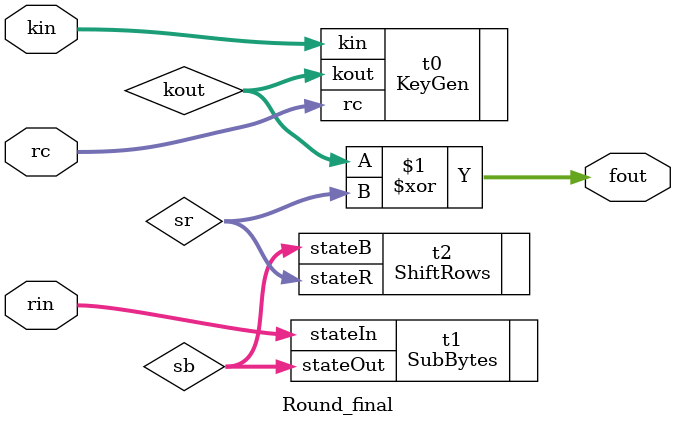
<source format=v>
module Round(rc, data, kin, kout, rndout);

input [3:0]rc;
input [127:0]data;
input [127:0]kin;
output [127:0]kout;
output [127:0]rndout;

wire [127:0] sb, sr, mcl;

KeyGen t0(.rc(rc), .kin(kin), .kout(kout));
SubBytes t1(.stateIn(data), .stateOut(sb));
ShiftRows t2(.stateB(sb), .stateR(sr));
MixColumn t3(.stateR(sr), .stateM(mcl));
assign rndout= kout^mcl;

endmodule

//final Round
module Round_final(rc, rin, kin, fout);

input [3:0]rc;
input [127:0]rin;
input [127:0]kin;
output [127:0]fout;

wire [127:0] sb, sr, mcl, kout;

KeyGen t0(.rc(rc), .kin(kin), .kout(kout));
SubBytes t1(.stateIn(rin), .stateOut(sb));
ShiftRows t2(.stateB(sb), .stateR(sr));
assign fout= kout^sr;

endmodule
</source>
